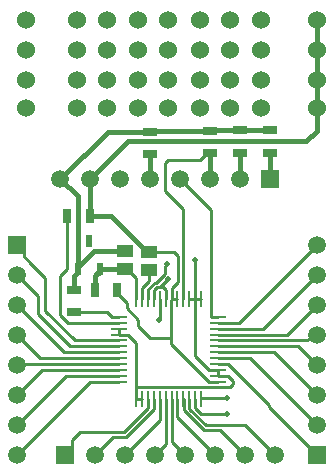
<source format=gtl>
G04*
G04 #@! TF.GenerationSoftware,Altium Limited,Altium Designer,20.1.11 (218)*
G04*
G04 Layer_Physical_Order=1*
G04 Layer_Color=255*
%FSLAX25Y25*%
%MOIN*%
G70*
G04*
G04 #@! TF.SameCoordinates,36FDBAD9-5122-4A0A-A9A9-D65628025C9C*
G04*
G04*
G04 #@! TF.FilePolarity,Positive*
G04*
G01*
G75*
%ADD14C,0.01000*%
%ADD15R,0.02362X0.03937*%
%ADD16R,0.02800X0.05100*%
%ADD17R,0.05512X0.04331*%
%ADD18R,0.05100X0.02800*%
%ADD19R,0.05800X0.01100*%
%ADD20R,0.01100X0.05800*%
%ADD30C,0.01500*%
%ADD31R,0.05906X0.05906*%
%ADD32C,0.05906*%
%ADD33R,0.05906X0.05906*%
%ADD34C,0.02000*%
%ADD35C,0.06000*%
D14*
X623479Y181794D02*
Y194979D01*
X623500Y195000D01*
X623458Y181773D02*
X623479Y181794D01*
X610303Y187373D02*
X613235Y190305D01*
Y192735D02*
X614000Y193500D01*
X607710Y181773D02*
X607760Y181823D01*
Y185155D01*
X609979Y187373D01*
X615634Y185671D02*
X617600Y187637D01*
Y196267D01*
X609979Y187373D02*
X610303D01*
X613235Y190305D02*
Y192735D01*
X616414Y197453D02*
X617600Y196267D01*
X614480Y188500D02*
X614500D01*
X611753Y185773D02*
X614480Y188500D01*
X611753Y185773D02*
X612865D01*
X610642D02*
X611753D01*
X615634Y181823D02*
Y185671D01*
X615584Y181773D02*
X615634Y181823D01*
X573500Y178000D02*
Y189000D01*
X583374Y168126D02*
X598000D01*
X573500Y178000D02*
X583374Y168126D01*
X578500Y176494D02*
Y189600D01*
Y176494D02*
X580963Y174031D01*
X598000D01*
X571000Y177000D02*
Y183000D01*
X581843Y166157D02*
X598000D01*
X571000Y177000D02*
X581843Y166157D01*
X564000Y190000D02*
X571000Y183000D01*
X568447Y194053D02*
X568447D01*
X564000Y200000D02*
X566263Y197737D01*
Y196237D02*
Y197737D01*
Y196237D02*
X568447Y194053D01*
X568447D02*
X573500Y189000D01*
X564000Y180000D02*
X579811Y164189D01*
X598000D01*
X571779Y162221D02*
X598000D01*
X564000Y170000D02*
X571779Y162221D01*
X597950Y160202D02*
X598000Y160252D01*
X564202Y160202D02*
X597950D01*
X564000Y160000D02*
X564202Y160202D01*
X572284Y158283D02*
X598000D01*
X564000Y150000D02*
X572284Y158283D01*
X580315Y156315D02*
X598000D01*
X564000Y140000D02*
X580315Y156315D01*
X588346Y154347D02*
X598000D01*
X564000Y130000D02*
X588346Y154347D01*
X603773Y153000D02*
Y167358D01*
Y148573D02*
Y153000D01*
X604077Y152697D01*
X635111D01*
X636000Y153586D01*
Y154552D01*
X631200Y156315D02*
X631250Y156265D01*
X634287D01*
X636000Y154552D01*
X598000Y170095D02*
Y172063D01*
X601087Y170045D02*
X603773Y167358D01*
X598050Y170045D02*
X601087D01*
X598000Y170095D02*
X598050Y170045D01*
X603773Y148573D02*
X605742D01*
X611412Y174912D02*
X611597Y175097D01*
Y181723D02*
X611647Y181773D01*
X611597Y175097D02*
Y181723D01*
X625477Y149000D02*
X634000D01*
X625427Y148573D02*
Y148950D01*
X625477Y149000D01*
X626257Y138212D02*
X631788D01*
X623508Y145486D02*
Y148523D01*
Y145486D02*
X625494Y143500D01*
X634000D01*
X619571Y144898D02*
Y148523D01*
Y144898D02*
X626257Y138212D01*
X621540Y145192D02*
X626919Y139812D01*
X623458Y148573D02*
X623508Y148523D01*
X621540Y145192D02*
Y148523D01*
X626919Y139812D02*
X640188D01*
X650000Y130000D01*
X621490Y148573D02*
X621540Y148523D01*
X631788Y138212D02*
X640000Y130000D01*
X619521Y148573D02*
X619571Y148523D01*
X617553Y142447D02*
Y148573D01*
Y142447D02*
X630000Y130000D01*
X615584Y134416D02*
Y148573D01*
Y134416D02*
X620000Y130000D01*
X613616Y133616D02*
Y148573D01*
X610000Y130000D02*
X613616Y133616D01*
X611647Y141647D02*
Y148573D01*
X600000Y130000D02*
X611647Y141647D01*
X609629Y148523D02*
X609679Y148573D01*
X609629Y145192D02*
Y148523D01*
X600337Y135900D02*
X609629Y145192D01*
X595900Y135900D02*
X600337D01*
X590000Y130000D02*
X595900Y135900D01*
X580000Y130000D02*
X582453Y132453D01*
Y134953D01*
X585000Y137500D01*
X607660Y148523D02*
X607710Y148573D01*
X607660Y145486D02*
Y148523D01*
X599674Y137500D02*
X607660Y145486D01*
X585000Y137500D02*
X599674D01*
X600584Y178916D02*
X604500Y175000D01*
X600584Y178916D02*
Y180766D01*
X604500Y173000D02*
Y175000D01*
Y173000D02*
X608500Y169000D01*
X615534D01*
Y181723D01*
Y166975D02*
Y169000D01*
X609729Y184860D02*
X610642Y185773D01*
X609679Y181773D02*
X609729Y181823D01*
Y184860D01*
X613566Y181823D02*
X613616Y181773D01*
X612865Y185773D02*
X613566Y185072D01*
Y181823D02*
Y185072D01*
X608000Y197453D02*
X616414D01*
X615584Y181773D02*
X617553D01*
X605792Y185674D02*
X608000Y187882D01*
Y191547D01*
X605742Y181773D02*
X605792Y181823D01*
Y185674D01*
X613500Y218000D02*
Y227414D01*
X627350Y230500D02*
X628500D01*
X625036Y228186D02*
X627350Y230500D01*
X614272Y228186D02*
X625036D01*
X613500Y227414D02*
X614272Y228186D01*
X619521Y181773D02*
Y211979D01*
X613500Y218000D02*
X619521Y211979D01*
X621490Y181773D02*
X623458D01*
X625427D01*
X631150Y158334D02*
X631200Y158283D01*
X628113Y158334D02*
X631150D01*
X623458Y162988D02*
X628113Y158334D01*
X623458Y162988D02*
Y181773D01*
X615534Y166975D02*
X628113Y154396D01*
X631150D01*
X631200Y154347D01*
Y156315D02*
Y158283D01*
Y160252D02*
X631250Y160202D01*
X634287D01*
X647917Y146572D01*
Y146083D02*
Y146572D01*
Y146083D02*
X664000Y130000D01*
X631200Y162221D02*
X641780D01*
X664000Y140000D01*
X631200Y164189D02*
X649811D01*
X664000Y150000D01*
X631200Y166157D02*
X657842D01*
X664000Y160000D01*
X631200Y168126D02*
X660799D01*
X662673Y170000D01*
X664000D01*
X631200Y170095D02*
X654095D01*
X664000Y180000D01*
X631200Y172063D02*
X646063D01*
X664000Y190000D01*
X638031Y174031D02*
X664000Y200000D01*
X631200Y174031D02*
X638031D01*
X628800Y176050D02*
Y211700D01*
X618500Y222000D02*
X628800Y211700D01*
X628850Y176000D02*
X631200D01*
X628800Y176050D02*
X628850Y176000D01*
X578500Y189600D02*
X580750Y191850D01*
Y209500D01*
X615534Y181723D02*
X615584Y181773D01*
X583000Y177500D02*
X594150D01*
X595650Y176000D01*
X598000D01*
X597500Y183850D02*
Y185000D01*
Y183850D02*
X600584Y180766D01*
X603773Y181773D02*
Y188865D01*
X600591Y192047D02*
X603773Y188865D01*
X600000Y192047D02*
X600591D01*
D15*
X588000Y201224D02*
D03*
X591740Y191776D02*
D03*
X584260D02*
D03*
D16*
X580750Y209500D02*
D03*
X588250D02*
D03*
X590000Y185000D02*
D03*
X597500D02*
D03*
D17*
X608000Y197453D02*
D03*
Y191547D02*
D03*
X600000Y197953D02*
D03*
Y192047D02*
D03*
D18*
X583000Y177500D02*
D03*
Y185000D02*
D03*
X648500Y230750D02*
D03*
Y238250D02*
D03*
X638500Y230750D02*
D03*
Y238250D02*
D03*
X628500Y230500D02*
D03*
Y238000D02*
D03*
X608500Y237750D02*
D03*
Y230250D02*
D03*
D19*
X598000Y154347D02*
D03*
Y156315D02*
D03*
Y158283D02*
D03*
Y160252D02*
D03*
Y162221D02*
D03*
Y164189D02*
D03*
Y166157D02*
D03*
Y168126D02*
D03*
Y170095D02*
D03*
Y172063D02*
D03*
Y174031D02*
D03*
Y176000D02*
D03*
X631200D02*
D03*
Y174031D02*
D03*
Y172063D02*
D03*
Y170095D02*
D03*
Y168126D02*
D03*
Y166157D02*
D03*
Y164189D02*
D03*
Y162221D02*
D03*
Y160252D02*
D03*
Y158283D02*
D03*
Y156315D02*
D03*
Y154347D02*
D03*
D20*
X603773Y181773D02*
D03*
X605742D02*
D03*
X607710D02*
D03*
X609679D02*
D03*
X611647D02*
D03*
X613616D02*
D03*
X615584D02*
D03*
X617553D02*
D03*
X619521D02*
D03*
X621490D02*
D03*
X623458D02*
D03*
X625427D02*
D03*
Y148573D02*
D03*
X623458D02*
D03*
X621490D02*
D03*
X619521D02*
D03*
X617553D02*
D03*
X615584D02*
D03*
X613616D02*
D03*
X611647D02*
D03*
X609679D02*
D03*
X607710D02*
D03*
X605742D02*
D03*
X603773D02*
D03*
D30*
X660500Y234500D02*
X664000Y238000D01*
X588500Y222000D02*
X601000Y234500D01*
X660500D01*
X664000Y238000D02*
Y245500D01*
Y255000D01*
Y265000D01*
Y275000D01*
X608500Y222000D02*
Y230250D01*
X584260Y192563D02*
Y216240D01*
Y191776D02*
Y192563D01*
X578500Y222000D02*
X584260Y216240D01*
X578500Y222000D02*
X594250Y237750D01*
X608500D01*
X638500Y238250D02*
X648500D01*
X628500Y238000D02*
X628625Y238125D01*
X638375D01*
X638500Y238250D01*
X608500Y237750D02*
X608625Y237875D01*
X628375D01*
X628500Y238000D01*
X648500Y222000D02*
Y230750D01*
X638500Y222000D02*
Y230750D01*
X628500Y222000D02*
Y230500D01*
X588250Y209500D02*
X588375Y209625D01*
Y221875D01*
X588500Y222000D01*
X588250Y209500D02*
X595362D01*
X607409Y197453D01*
X608000D01*
X589650Y197953D02*
X600000D01*
X584260Y192563D02*
X589650Y197953D01*
X591740Y191776D02*
X591876Y191911D01*
X599864D01*
X600000Y192047D01*
X590000Y185000D02*
Y189678D01*
X590879Y190557D01*
X591309D01*
X591740Y190988D01*
Y191776D01*
X583000Y185000D02*
Y189728D01*
X584260Y190988D01*
Y191776D01*
D31*
X580000Y130000D02*
D03*
X648500Y222000D02*
D03*
D32*
X590000Y130000D02*
D03*
X600000D02*
D03*
X610000D02*
D03*
X620000D02*
D03*
X630000D02*
D03*
X640000D02*
D03*
X650000D02*
D03*
X564000Y190000D02*
D03*
Y180000D02*
D03*
Y170000D02*
D03*
Y160000D02*
D03*
Y150000D02*
D03*
Y140000D02*
D03*
Y130000D02*
D03*
X664000Y140000D02*
D03*
Y150000D02*
D03*
Y160000D02*
D03*
Y170000D02*
D03*
Y180000D02*
D03*
Y190000D02*
D03*
Y200000D02*
D03*
X638500Y222000D02*
D03*
X628500D02*
D03*
X618500D02*
D03*
X608500D02*
D03*
X598500D02*
D03*
X588500D02*
D03*
X578500D02*
D03*
D33*
X564000Y200000D02*
D03*
X664000Y130000D02*
D03*
D34*
X623500Y195000D02*
D03*
X614000Y193500D02*
D03*
X614500Y188500D02*
D03*
X611412Y174912D02*
D03*
X634000Y149000D02*
D03*
Y143500D02*
D03*
D35*
X664000Y245500D02*
D03*
Y255000D02*
D03*
Y265000D02*
D03*
Y275000D02*
D03*
X625000Y245500D02*
D03*
Y255000D02*
D03*
Y265000D02*
D03*
Y275000D02*
D03*
X635000D02*
D03*
Y265000D02*
D03*
Y255000D02*
D03*
Y245500D02*
D03*
X645500Y275000D02*
D03*
Y265000D02*
D03*
Y255000D02*
D03*
Y245500D02*
D03*
X604500D02*
D03*
Y255000D02*
D03*
Y265000D02*
D03*
Y275000D02*
D03*
X614500D02*
D03*
Y265000D02*
D03*
Y255000D02*
D03*
Y245500D02*
D03*
X594000D02*
D03*
Y255000D02*
D03*
Y265000D02*
D03*
Y275000D02*
D03*
X584000D02*
D03*
Y265000D02*
D03*
Y255000D02*
D03*
Y245500D02*
D03*
X567000D02*
D03*
Y255000D02*
D03*
Y265000D02*
D03*
Y275000D02*
D03*
M02*

</source>
